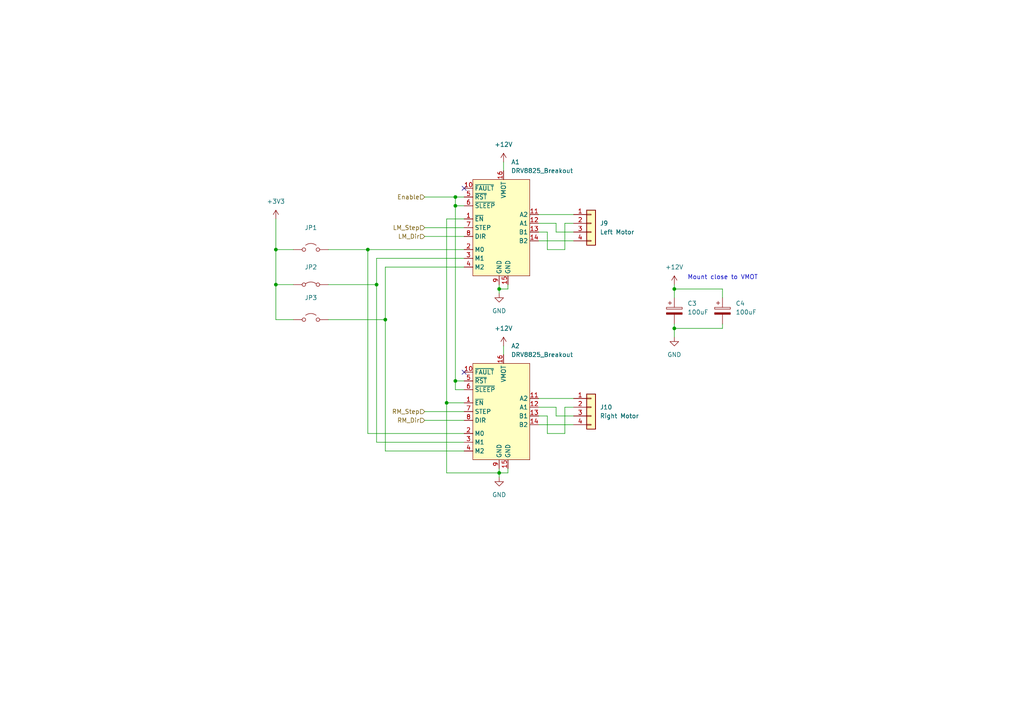
<source format=kicad_sch>
(kicad_sch (version 20231120) (generator "eeschema") (generator_version "8.0")
  (paper "A4")
  (title_block (title "Valiant Turtle 2 - NEMA 17 Drivers") (date "2024-01-05") (rev "1_0") (company "https://www.waitingforfriday.com") (comment 1 "(c) 2024 Simon Inns") (comment 2 "License: Attribution-ShareAlike 4.0 International (CC BY-SA 4.0)"))
  (lib_symbols
    (symbol "Connector_Generic:Conn_01x04" (pin_names (offset 1.016) hide)
      (property "Reference" "J" (at 0 5.08 0))
      (property "Value" "Conn_01x04" (at 0 -7.62 0))
      (symbol "Conn_01x04_1_1"
        (rectangle (start -1.27 -4.953) (end 0 -5.207) (stroke (width 0.1524)))
        (rectangle (start -1.27 -2.413) (end 0 -2.667) (stroke (width 0.1524)))
        (rectangle (start -1.27 0.127) (end 0 -0.127) (stroke (width 0.1524)))
        (rectangle (start -1.27 2.667) (end 0 2.413) (stroke (width 0.1524)))
        (rectangle (start -1.27 3.81) (end 1.27 -6.35) (stroke (width 0.254)) (fill (type background)))
        (pin passive line (at -5.08 2.54 0) (length 3.81) (name "Pin_1") (number "1"))
        (pin passive line (at -5.08 0 0) (length 3.81) (name "Pin_2") (number "2"))
        (pin passive line (at -5.08 -2.54 0) (length 3.81) (name "Pin_3") (number "3"))
        (pin passive line (at -5.08 -5.08 0) (length 3.81) (name "Pin_4") (number "4"))
      )
    )
    (symbol "DRV8825_Breakout_1"
      (property "Reference" "A" (at 3.81 17.78 0))
      (property "Value" "DRV8825_Breakout" (at 11.43 15.24 0))
      (symbol "DRV8825_Breakout_1_1_1"
        (rectangle (start -8.89 13.97) (end 7.62 -13.97) (fill (type background)))
        (pin input line (at -11.43 2.54 0) (length 2.54) (name "~{EN}") (number "1"))
        (pin output line (at -11.43 11.43 0) (length 2.54) (name "~{FAULT}") (number "10"))
        (pin output line (at 10.16 3.81 180) (length 2.54) (name "A2") (number "11"))
        (pin output line (at 10.16 1.27 180) (length 2.54) (name "A1") (number "12"))
        (pin output line (at 10.16 -1.27 180) (length 2.54) (name "B1") (number "13"))
        (pin output line (at 10.16 -3.81 180) (length 2.54) (name "B2") (number "14"))
        (pin power_in line (at 1.27 -16.51 90) (length 2.54) (name "GND") (number "15"))
        (pin power_in line (at 0 16.51 270) (length 2.54) (name "VMOT") (number "16"))
        (pin input line (at -11.43 -6.35 0) (length 2.54) (name "M0") (number "2"))
        (pin input line (at -11.43 -8.89 0) (length 2.54) (name "M1") (number "3"))
        (pin input line (at -11.43 -11.43 0) (length 2.54) (name "M2") (number "4"))
        (pin input line (at -11.43 8.89 0) (length 2.54) (name "~{RST}") (number "5"))
        (pin input line (at -11.43 6.35 0) (length 2.54) (name "~{SLEEP}") (number "6"))
        (pin input line (at -11.43 0 0) (length 2.54) (name "STEP") (number "7"))
        (pin input line (at -11.43 -2.54 0) (length 2.54) (name "DIR") (number "8"))
        (pin power_in line (at -1.27 -16.51 90) (length 2.54) (name "GND") (number "9"))
      )
    )
    (symbol "Device:C_Polarized" (pin_numbers hide) (pin_names (offset 0.254))
      (property "Reference" "C" (at 0.635 2.54 0))
      (property "Value" "C_Polarized" (at 0.635 -2.54 0))
      (symbol "C_Polarized_0_1"
        (rectangle (start -2.286 0.508) (end 2.286 1.016))
        (polyline (pts (xy -1.778 2.286) (xy -0.762 2.286)))
        (polyline (pts (xy -1.27 2.794) (xy -1.27 1.778)))
        (rectangle (start 2.286 -0.508) (end -2.286 -1.016) (fill (type outline)))
      )
      (symbol "C_Polarized_1_1"
        (pin passive line (at 0 3.81 270) (length 2.794) (name "~") (number "1"))
        (pin passive line (at 0 -3.81 90) (length 2.794) (name "~") (number "2"))
      )
    )
    (symbol "Jumper:Jumper_2_Bridged" (pin_numbers hide) (pin_names (offset 0) hide) (exclude_from_sim yes)
      (property "Reference" "JP" (at 0 1.905 0))
      (property "Value" "Jumper_2_Bridged" (at 0 -2.54 0))
      (symbol "Jumper_2_Bridged_0_0"
        (circle (center -2.032 0) (radius 0.508))
        (circle (center 2.032 0) (radius 0.508))
      )
      (symbol "Jumper_2_Bridged_0_1"
        (arc (start 1.524 0.254) (mid 0 0.762) (end -1.524 0.254))
      )
      (symbol "Jumper_2_Bridged_1_1"
        (pin passive line (at -5.08 0 0) (length 2.54) (name "A") (number "1"))
        (pin passive line (at 5.08 0 180) (length 2.54) (name "B") (number "2"))
      )
    )
    (symbol "Jumper:Jumper_2_Open" (pin_numbers hide) (pin_names (offset 0) hide) (exclude_from_sim yes)
      (property "Reference" "JP" (at 0 2.794 0))
      (property "Value" "Jumper_2_Open" (at 0 -2.286 0))
      (symbol "Jumper_2_Open_0_0"
        (circle (center -2.032 0) (radius 0.508))
        (circle (center 2.032 0) (radius 0.508))
      )
      (symbol "Jumper_2_Open_0_1"
        (arc (start 1.524 1.27) (mid 0 1.778) (end -1.524 1.27))
      )
      (symbol "Jumper_2_Open_1_1"
        (pin passive line (at -5.08 0 0) (length 2.54) (name "A") (number "1"))
        (pin passive line (at 5.08 0 180) (length 2.54) (name "B") (number "2"))
      )
    )
    (symbol "drv8825:DRV8825_Breakout"
      (property "Reference" "A" (at 3.81 17.78 0))
      (property "Value" "DRV8825_Breakout" (at 11.43 15.24 0))
      (symbol "DRV8825_Breakout_1_1"
        (rectangle (start -8.89 13.97) (end 7.62 -13.97) (fill (type background)))
        (pin input line (at -11.43 2.54 0) (length 2.54) (name "~{EN}") (number "1"))
        (pin output line (at -11.43 11.43 0) (length 2.54) (name "~{FAULT}") (number "10"))
        (pin output line (at 10.16 3.81 180) (length 2.54) (name "A2") (number "11"))
        (pin output line (at 10.16 1.27 180) (length 2.54) (name "A1") (number "12"))
        (pin output line (at 10.16 -1.27 180) (length 2.54) (name "B1") (number "13"))
        (pin output line (at 10.16 -3.81 180) (length 2.54) (name "B2") (number "14"))
        (pin power_in line (at 1.27 -16.51 90) (length 2.54) (name "GND") (number "15"))
        (pin power_in line (at 0 16.51 270) (length 2.54) (name "VMOT") (number "16"))
        (pin input line (at -11.43 -6.35 0) (length 2.54) (name "M0") (number "2"))
        (pin input line (at -11.43 -8.89 0) (length 2.54) (name "M1") (number "3"))
        (pin input line (at -11.43 -11.43 0) (length 2.54) (name "M2") (number "4"))
        (pin input line (at -11.43 8.89 0) (length 2.54) (name "~{RST}") (number "5"))
        (pin input line (at -11.43 6.35 0) (length 2.54) (name "~{SLEEP}") (number "6"))
        (pin input line (at -11.43 0 0) (length 2.54) (name "STEP") (number "7"))
        (pin input line (at -11.43 -2.54 0) (length 2.54) (name "DIR") (number "8"))
        (pin power_in line (at -1.27 -16.51 90) (length 2.54) (name "GND") (number "9"))
      )
    )
    (symbol "power:+12V" (power) (pin_names (offset 0))
      (property "Value" "+12V" (at 0 3.556 0))
      (symbol "+12V_0_1"
        (polyline (pts (xy -0.762 1.27) (xy 0 2.54)))
        (polyline (pts (xy 0 0) (xy 0 2.54)))
        (polyline (pts (xy 0 2.54) (xy 0.762 1.27)))
      )
      (symbol "+12V_1_1"
        (pin power_in line (at 0 0 90) (length 0) hide (name "+12V") (number "1"))
      )
    )
    (symbol "power:+3V3" (power) (pin_names (offset 0))
      (property "Value" "+3V3" (at 0 3.556 0))
      (symbol "+3V3_0_1"
        (polyline (pts (xy -0.762 1.27) (xy 0 2.54)))
        (polyline (pts (xy 0 0) (xy 0 2.54)))
        (polyline (pts (xy 0 2.54) (xy 0.762 1.27)))
      )
      (symbol "+3V3_1_1"
        (pin power_in line (at 0 0 90) (length 0) hide (name "+3V3") (number "1"))
      )
    )
    (symbol "power:GND" (power) (pin_names (offset 0))
      (property "Value" "GND" (at 0 -3.81 0))
      (symbol "GND_0_1"
        (polyline (pts (xy 0 0) (xy 0 -1.27) (xy 1.27 -1.27) (xy 0 -2.54) (xy -1.27 -1.27) (xy 0 -1.27)))
      )
      (symbol "GND_1_1"
        (pin power_in line (at 0 0 270) (length 0) hide (name "GND") (number "1"))
      )
    )
  )
  (junction (at 80.01 82.55))
  (junction (at 129.54 116.84))
  (junction (at 132.08 57.15))
  (junction (at 195.58 95.25))
  (junction (at 144.78 137.16))
  (junction (at 111.76 92.71))
  (junction (at 106.68 72.39))
  (junction (at 144.78 83.82))
  (junction (at 195.58 83.82))
  (junction (at 109.22 82.55))
  (junction (at 132.08 110.49))
  (junction (at 132.08 59.69))
  (junction (at 80.01 72.39))
  (no_connect (at 134.62 107.95))
  (no_connect (at 134.62 54.61))
  (wire (pts (xy 156.21 64.77) (xy 161.29 64.77)))
  (wire (pts (xy 134.62 63.5) (xy 129.54 63.5)))
  (wire (pts (xy 209.55 93.98) (xy 209.55 95.25)))
  (wire (pts (xy 129.54 116.84) (xy 134.62 116.84)))
  (wire (pts (xy 129.54 63.5) (xy 129.54 116.84)))
  (wire (pts (xy 134.62 113.03) (xy 132.08 113.03)))
  (wire (pts (xy 111.76 77.47) (xy 111.76 92.71)))
  (wire (pts (xy 129.54 116.84) (xy 129.54 137.16)))
  (wire (pts (xy 146.05 100.33) (xy 146.05 102.87)))
  (wire (pts (xy 132.08 59.69) (xy 134.62 59.69)))
  (wire (pts (xy 144.78 137.16) (xy 144.78 138.43)))
  (wire (pts (xy 163.83 64.77) (xy 166.37 64.77)))
  (wire (pts (xy 158.75 125.73) (xy 163.83 125.73)))
  (wire (pts (xy 195.58 95.25) (xy 195.58 97.79)))
  (wire (pts (xy 161.29 64.77) (xy 161.29 67.31)))
  (wire (pts (xy 95.25 92.71) (xy 111.76 92.71)))
  (wire (pts (xy 209.55 83.82) (xy 195.58 83.82)))
  (wire (pts (xy 111.76 130.81) (xy 134.62 130.81)))
  (wire (pts (xy 209.55 86.36) (xy 209.55 83.82)))
  (wire (pts (xy 80.01 63.5) (xy 80.01 72.39)))
  (wire (pts (xy 156.21 118.11) (xy 161.29 118.11)))
  (wire (pts (xy 109.22 128.27) (xy 134.62 128.27)))
  (wire (pts (xy 80.01 82.55) (xy 80.01 92.71)))
  (wire (pts (xy 195.58 82.55) (xy 195.58 83.82)))
  (wire (pts (xy 111.76 92.71) (xy 111.76 130.81)))
  (wire (pts (xy 163.83 118.11) (xy 166.37 118.11)))
  (wire (pts (xy 123.19 119.38) (xy 134.62 119.38)))
  (wire (pts (xy 144.78 83.82) (xy 144.78 85.09)))
  (wire (pts (xy 156.21 67.31) (xy 158.75 67.31)))
  (wire (pts (xy 80.01 82.55) (xy 85.09 82.55)))
  (wire (pts (xy 163.83 72.39) (xy 163.83 64.77)))
  (wire (pts (xy 132.08 57.15) (xy 134.62 57.15)))
  (wire (pts (xy 158.75 72.39) (xy 163.83 72.39)))
  (wire (pts (xy 158.75 120.65) (xy 158.75 125.73)))
  (wire (pts (xy 80.01 72.39) (xy 80.01 82.55)))
  (wire (pts (xy 109.22 74.93) (xy 134.62 74.93)))
  (wire (pts (xy 156.21 120.65) (xy 158.75 120.65)))
  (wire (pts (xy 129.54 137.16) (xy 144.78 137.16)))
  (wire (pts (xy 146.05 46.99) (xy 146.05 49.53)))
  (wire (pts (xy 123.19 121.92) (xy 134.62 121.92)))
  (wire (pts (xy 147.32 83.82) (xy 144.78 83.82)))
  (wire (pts (xy 195.58 93.98) (xy 195.58 95.25)))
  (wire (pts (xy 111.76 77.47) (xy 134.62 77.47)))
  (wire (pts (xy 95.25 72.39) (xy 106.68 72.39)))
  (wire (pts (xy 156.21 115.57) (xy 166.37 115.57)))
  (wire (pts (xy 209.55 95.25) (xy 195.58 95.25)))
  (wire (pts (xy 156.21 62.23) (xy 166.37 62.23)))
  (wire (pts (xy 106.68 72.39) (xy 106.68 125.73)))
  (wire (pts (xy 132.08 59.69) (xy 132.08 57.15)))
  (wire (pts (xy 161.29 120.65) (xy 166.37 120.65)))
  (wire (pts (xy 109.22 74.93) (xy 109.22 82.55)))
  (wire (pts (xy 156.21 69.85) (xy 166.37 69.85)))
  (wire (pts (xy 147.32 82.55) (xy 147.32 83.82)))
  (wire (pts (xy 85.09 92.71) (xy 80.01 92.71)))
  (wire (pts (xy 144.78 135.89) (xy 144.78 137.16)))
  (wire (pts (xy 147.32 137.16) (xy 144.78 137.16)))
  (wire (pts (xy 80.01 72.39) (xy 85.09 72.39)))
  (wire (pts (xy 161.29 118.11) (xy 161.29 120.65)))
  (wire (pts (xy 195.58 83.82) (xy 195.58 86.36)))
  (wire (pts (xy 109.22 82.55) (xy 109.22 128.27)))
  (wire (pts (xy 106.68 72.39) (xy 134.62 72.39)))
  (wire (pts (xy 161.29 67.31) (xy 166.37 67.31)))
  (wire (pts (xy 123.19 57.15) (xy 132.08 57.15)))
  (wire (pts (xy 95.25 82.55) (xy 109.22 82.55)))
  (wire (pts (xy 132.08 113.03) (xy 132.08 110.49)))
  (wire (pts (xy 147.32 135.89) (xy 147.32 137.16)))
  (wire (pts (xy 132.08 110.49) (xy 134.62 110.49)))
  (wire (pts (xy 156.21 123.19) (xy 166.37 123.19)))
  (wire (pts (xy 123.19 66.04) (xy 134.62 66.04)))
  (wire (pts (xy 158.75 67.31) (xy 158.75 72.39)))
  (wire (pts (xy 123.19 68.58) (xy 134.62 68.58)))
  (wire (pts (xy 144.78 82.55) (xy 144.78 83.82)))
  (wire (pts (xy 163.83 125.73) (xy 163.83 118.11)))
  (wire (pts (xy 132.08 110.49) (xy 132.08 59.69)))
  (wire (pts (xy 106.68 125.73) (xy 134.62 125.73)))
  (text "Mount close to VMOT" (at 199.39 81.28 0) (effects (font (size 1.27 1.27)) (justify left bottom)))
  (hierarchical_label "LM_Step" (shape input) (at 123.19 66.04 180))
  (hierarchical_label "Enable" (shape input) (at 123.19 57.15 180))
  (hierarchical_label "RM_Step" (shape input) (at 123.19 119.38 180))
  (hierarchical_label "LM_Dir" (shape input) (at 123.19 68.58 180))
  (hierarchical_label "RM_Dir" (shape input) (at 123.19 121.92 180))
  (symbol (lib_id "Jumper:Jumper_2_Bridged") (at 90.17 82.55 0) (unit 1) (exclude_from_sim yes)
    (property "Reference" "JP2" (at 90.17 77.47 0))
    (property "Value" "Jumper_2_Bridged" (effects (hide yes)))
    (property "Description" "Jumper, 2-pole, closed/bridged" (effects (hide yes)))
  )
  (symbol (lib_id "Connector_Generic:Conn_01x04") (at 171.45 118.11 0) (unit 1)
    (property "Reference" "J10" (at 173.99 118.11 0) (effects (justify left)))
    (property "Value" "Right Motor" (at 173.99 120.65 0) (effects (justify left)))
    (property "Footprint" "Connector_JST:JST_XH_B4B-XH-A_1x04_P2.50mm_Vertical" (effects (hide yes)))
  )
  (symbol (lib_id "power:GND") (at 144.78 138.43 0) (unit 1)
    (property "Reference" "#PWR014" (effects (hide yes)))
    (property "Value" "GND" (at 144.78 143.51 0))
  )
  (symbol (lib_name "DRV8825_Breakout_1") (lib_id "drv8825:DRV8825_Breakout") (at 146.05 119.38 0) (unit 1)
    (property "Reference" "A2" (at 148.2441 100.33 0) (effects (justify left)))
    (property "Value" "DRV8825_Breakout" (at 148.2441 102.87 0) (effects (justify left)))
    (property "Footprint" "Module:Pololu_Breakout-16_15.2x20.3mm" (effects (hide yes)))
  )
  (symbol (lib_id "Jumper:Jumper_2_Open") (at 90.17 92.71 0) (unit 1) (exclude_from_sim yes)
    (property "Reference" "JP3" (at 90.17 86.36 0))
    (property "Value" "Jumper_2_Open" (effects (hide yes)))
    (property "Description" "Jumper, 2-pole, open" (effects (hide yes)))
  )
  (symbol (lib_id "Device:C_Polarized") (at 209.55 90.17 0) (unit 1)
    (property "Reference" "C4" (at 213.36 88.011 0) (effects (justify left)))
    (property "Value" "100uF" (at 213.36 90.551 0) (effects (justify left)))
    (property "Footprint" "Capacitor_SMD:CP_Elec_8x6.2" (effects (hide yes)))
  )
  (symbol (lib_id "power:+12V") (at 195.58 82.55 0) (unit 1)
    (property "Reference" "#PWR017" (effects (hide yes)))
    (property "Value" "+12V" (at 195.58 77.47 0))
  )
  (symbol (lib_id "power:GND") (at 195.58 97.79 0) (unit 1)
    (property "Reference" "#PWR018" (effects (hide yes)))
    (property "Value" "GND" (at 195.58 102.87 0))
  )
  (symbol (lib_id "Connector_Generic:Conn_01x04") (at 171.45 64.77 0) (unit 1)
    (property "Reference" "J9" (at 173.99 64.77 0) (effects (justify left)))
    (property "Value" "Left Motor" (at 173.99 67.31 0) (effects (justify left)))
    (property "Footprint" "Connector_JST:JST_XH_B4B-XH-A_1x04_P2.50mm_Vertical" (effects (hide yes)))
  )
  (symbol (lib_id "Device:C_Polarized") (at 195.58 90.17 0) (unit 1)
    (property "Reference" "C3" (at 199.39 88.011 0) (effects (justify left)))
    (property "Value" "100uF" (at 199.39 90.551 0) (effects (justify left)))
    (property "Footprint" "Capacitor_SMD:CP_Elec_8x6.2" (effects (hide yes)))
  )
  (symbol (lib_id "power:GND") (at 144.78 85.09 0) (unit 1)
    (property "Reference" "#PWR013" (effects (hide yes)))
    (property "Value" "GND" (at 144.78 90.17 0))
  )
  (symbol (lib_id "Jumper:Jumper_2_Open") (at 90.17 72.39 0) (unit 1) (exclude_from_sim yes)
    (property "Reference" "JP1" (at 90.17 66.04 0))
    (property "Value" "Jumper_2_Open" (effects (hide yes)))
    (property "Description" "Jumper, 2-pole, open" (effects (hide yes)))
  )
  (symbol (lib_id "drv8825:DRV8825_Breakout") (at 146.05 66.04 0) (unit 1)
    (property "Reference" "A1" (at 148.2441 46.99 0) (effects (justify left)))
    (property "Value" "DRV8825_Breakout" (at 148.2441 49.53 0) (effects (justify left)))
    (property "Footprint" "Module:Pololu_Breakout-16_15.2x20.3mm" (effects (hide yes)))
  )
  (symbol (lib_id "power:+3V3") (at 80.01 63.5 0) (unit 1)
    (property "Reference" "#PWR038" (effects (hide yes)))
    (property "Value" "+3V3" (at 80.01 58.42 0))
  )
  (symbol (lib_id "power:+12V") (at 146.05 46.99 0) (unit 1)
    (property "Reference" "#PWR015" (effects (hide yes)))
    (property "Value" "+12V" (at 146.05 41.91 0))
  )
  (symbol (lib_id "power:+12V") (at 146.05 100.33 0) (unit 1)
    (property "Reference" "#PWR016" (effects (hide yes)))
    (property "Value" "+12V" (at 146.05 95.25 0))
  )
)
</source>
